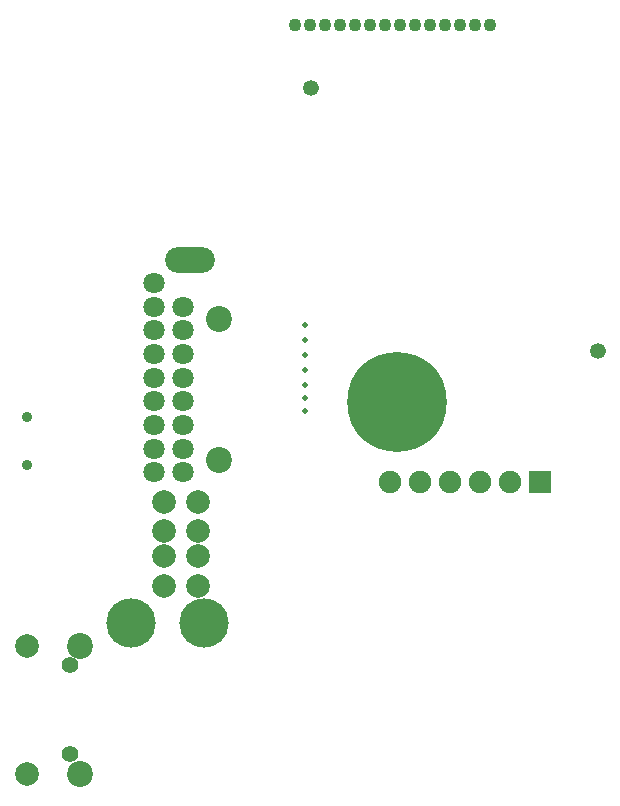
<source format=gbs>
G04 DipTrace 3.3.1.1*
G04 BottomMask.gbs*
%MOIN*%
G04 #@! TF.FileFunction,Soldermask,Bot*
G04 #@! TF.Part,Single*
%ADD21C,0.019685*%
%ADD70C,0.332*%
%ADD72C,0.070866*%
%ADD83C,0.052874*%
%ADD87C,0.164154*%
%ADD91C,0.043307*%
%ADD97C,0.055073*%
%ADD99C,0.086573*%
%ADD113C,0.035433*%
%ADD116C,0.078774*%
%ADD119O,0.165354X0.086614*%
%ADD121C,0.086614*%
%ADD134C,0.074803*%
%ADD136R,0.074803X0.074803*%
%FSLAX26Y26*%
G04*
G70*
G90*
G75*
G01*
G04 BotMask*
%LPD*%
D87*
X782262Y1076510D3*
X1024881Y1076249D3*
D83*
X2338969Y1982335D3*
X1382719Y2857335D3*
D136*
X2145218Y1544833D3*
D134*
X2045218D3*
X1945218D3*
X1845218D3*
X1745218D3*
X1645218D3*
D70*
X1668777Y1811728D3*
D21*
X1362451Y2068700D3*
Y2018700D3*
Y1968700D3*
Y1918700D3*
Y1868700D3*
Y1824950D3*
Y1781200D3*
D121*
X1075694Y2089077D3*
D119*
X978765Y2286873D3*
D72*
X957584Y1971912D3*
Y1578211D3*
Y1656951D3*
Y1814432D3*
Y2050652D3*
Y1735692D3*
Y1893172D3*
Y2129392D3*
X859159Y1578211D3*
Y1656951D3*
Y1735692D3*
Y1814432D3*
Y1893172D3*
Y1971912D3*
Y2050652D3*
Y2129392D3*
Y2208133D3*
D121*
X1076469Y1619835D3*
D116*
X892597Y1299697D3*
X892345Y1382067D3*
Y1479802D3*
X1006201Y1200201D3*
Y1299950D3*
X1005948Y1381564D3*
X1005697Y1479549D3*
X893608Y1200455D3*
D113*
X436067Y1601370D3*
Y1760819D3*
D99*
X612366Y572867D3*
X612357Y1000025D3*
D97*
X580770Y934034D3*
X580849Y638823D3*
D116*
X435123Y1000052D3*
X435169Y572843D3*
D91*
X1980213Y3068622D3*
X1930213D3*
X1880213D3*
X1830213D3*
X1780213D3*
X1730213D3*
X1680213D3*
X1630213D3*
X1580213D3*
X1530213D3*
X1480213D3*
X1430213D3*
X1380213D3*
X1330213D3*
M02*

</source>
